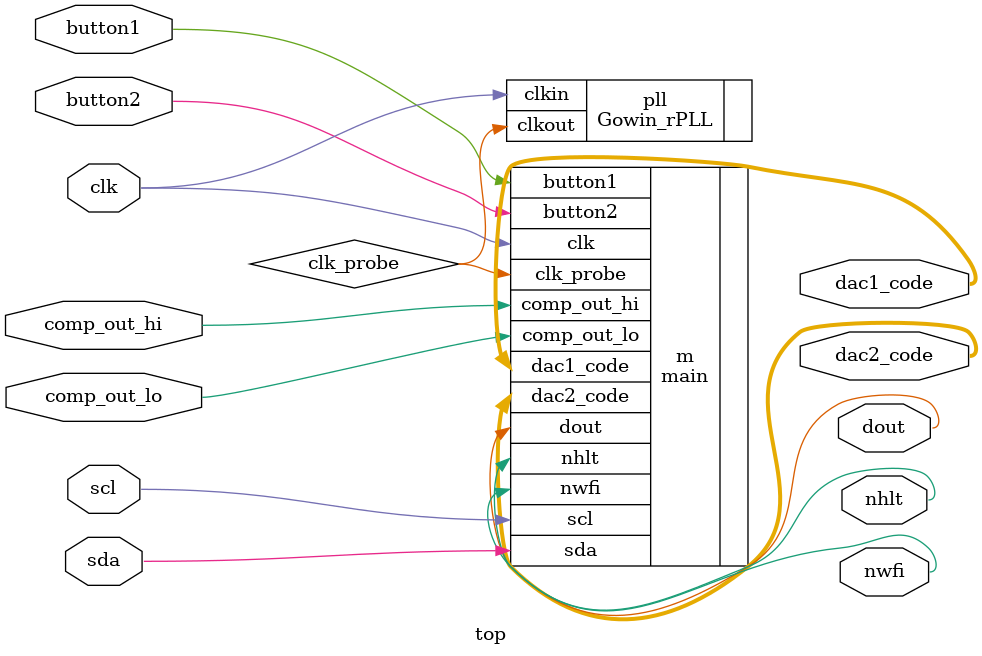
<source format=v>
module top
(
    input wire clk,
    output wire nhlt,
    output wire nwfi,
    inout wire scl,
    inout wire sda,
    input wire button1,
    input wire button2,
    output wire [4:0] dac1_code,
    output wire [4:0] dac2_code,
    input wire comp_out_hi,
    input wire comp_out_lo,
    output wire dout
);
    wire clk_probe;

    Gowin_rPLL pll(
        .clkout(clk_probe), //output clkout
        .clkin(clk) //input clkin
    );

    main #(.TIME_PERIOD(12900000)) m(.clk(clk), .nhlt(nhlt), .nwfi(nwfi), .scl(scl), .sda(sda), .button1(button1), .button2(button2),
                                        .dac1_code(dac1_code), .dac2_code(dac2_code), .comp_out_hi(comp_out_hi), .comp_out_lo(comp_out_lo),
                                        .clk_probe(clk_probe), .dout(dout));

endmodule

</source>
